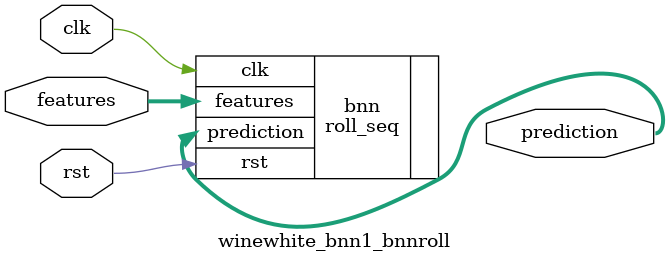
<source format=v>













module winewhite_bnn1_bnnroll #(

parameter FEAT_CNT = 11,
parameter HIDDEN_CNT = 40,
parameter FEAT_BITS = 4,
parameter CLASS_CNT = 7,
parameter TEST_CNT = 1000


  ) (
  input clk,
  input rst,
  input [FEAT_CNT*FEAT_BITS-1:0] features,
  output [$clog2(CLASS_CNT)-1:0] prediction
  );

  localparam Weights0 = 440'b00010101000000000100110001011111111100001000110010111000111101011010011001100010111100110011000010111110111001101101111011100100100101010010111001101100110001100100000010000100011001111001000101010111000101001100101000101100000110011111011111100011100111101111111000100110011101011110000110100011110011010110001110100100000101101110011001000000111010100011101011100100010011100101000101010011100110000100101000111101100110011111111111010110 ;
  localparam Weights1 = 280'b1100111000000011001100101100101011000111100011011110001100111111010011101101011100011011111010110001111101001110110101110000110111101010000011000100001011010011000011011110101100001111010011101101011100001101100010110001111111101110111001110000000011001010100110110101111011010110 ;

  roll_seq #(.FEAT_CNT(FEAT_CNT),.FEAT_BITS(FEAT_BITS),.HIDDEN_CNT(HIDDEN_CNT),.CLASS_CNT(CLASS_CNT),.Weights0(Weights0),.Weights1(Weights1)) bnn (
    .clk(clk),
    .rst(rst),
    .features(features),
    .prediction(prediction)
  );

endmodule

</source>
